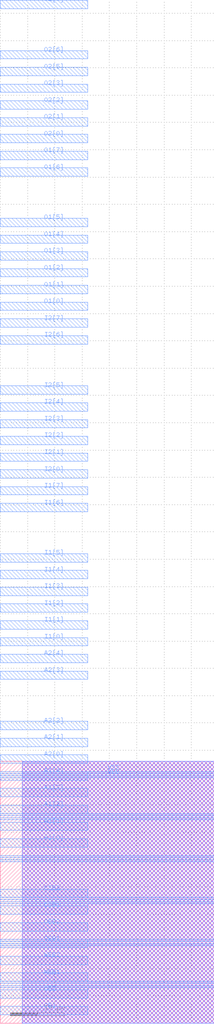
<source format=lef>
VERSION 5.6 ;
BUSBITCHARS "[]" ;
DIVIDERCHAR "/" ;

MACRO SRAM2RW32x8
  CLASS BLOCK ;
  ORIGIN 0 0 ;
  FOREIGN SRAM2RW32x8 0 0 ;
  SIZE 39.2 BY 48.0 ;
  SYMMETRY X Y ;
  SITE coreSite ;
  PIN VDD
    DIRECTION INOUT ;
    USE POWER ;
    PORT 
      LAYER M4 ;
        RECT 0.0 6.528 39.2 6.912 ;
        RECT 0.0 14.208 39.2 14.592 ;
        RECT 0.0 21.888 39.2 22.272 ;
        RECT 0.0 29.568 39.2 29.952 ;
        RECT 0.0 37.248 39.2 37.632 ;
        RECT 0.0 44.928 39.2 45.312 ;
    END 
  END VDD
  PIN VSS
    DIRECTION INOUT ;
    USE GROUND ;
    PORT 
      LAYER M4 ;
        RECT 0.0 7.296 39.2 7.68 ;
        RECT 0.0 14.976 39.2 15.36 ;
        RECT 0.0 22.656 39.2 23.04 ;
        RECT 0.0 30.336 39.2 30.72 ;
        RECT 0.0 38.016 39.2 38.4 ;
        RECT 0.0 45.696 39.2 46.08 ;
    END 
  END VSS
  PIN CE1
    DIRECTION INPUT ;
    USE SIGNAL ;
    PORT 
      LAYER M4 ;
        RECT 0.0 1.536 16.0 3.072 ;
    END 
  END CE1
  PIN CE2
    DIRECTION INPUT ;
    USE SIGNAL ;
    PORT 
      LAYER M4 ;
        RECT 0.0 4.608 16.0 6.144 ;
    END 
  END CE2
  PIN WEB1
    DIRECTION INPUT ;
    USE SIGNAL ;
    PORT 
      LAYER M4 ;
        RECT 0.0 7.68 16.0 9.216 ;
    END 
  END WEB1
  PIN WEB2
    DIRECTION INPUT ;
    USE SIGNAL ;
    PORT 
      LAYER M4 ;
        RECT 0.0 10.752 16.0 12.288 ;
    END 
  END WEB2
  PIN OEB1
    DIRECTION INPUT ;
    USE SIGNAL ;
    PORT 
      LAYER M4 ;
        RECT 0.0 13.824 16.0 15.36 ;
    END 
  END OEB1
  PIN OEB2
    DIRECTION INPUT ;
    USE SIGNAL ;
    PORT 
      LAYER M4 ;
        RECT 0.0 16.896 16.0 18.432 ;
    END 
  END OEB2
  PIN CSB1
    DIRECTION INPUT ;
    USE SIGNAL ;
    PORT 
      LAYER M4 ;
        RECT 0.0 19.968 16.0 21.504 ;
    END 
  END CSB1
  PIN CSB2
    DIRECTION INPUT ;
    USE SIGNAL ;
    PORT 
      LAYER M4 ;
        RECT 0.0 23.04 16.0 24.576 ;
    END 
  END CSB2
  PIN A1[0]
    DIRECTION INPUT ;
    USE SIGNAL ;
    PORT 
      LAYER M4 ;
        RECT 0.0 32.256 16.0 33.792 ;
    END 
  END A1[0]
  PIN A1[1]
    DIRECTION INPUT ;
    USE SIGNAL ;
    PORT 
      LAYER M4 ;
        RECT 0.0 35.328 16.0 36.864 ;
    END 
  END A1[1]
  PIN A1[2]
    DIRECTION INPUT ;
    USE SIGNAL ;
    PORT 
      LAYER M4 ;
        RECT 0.0 38.4 16.0 39.936 ;
    END 
  END A1[2]
  PIN A1[3]
    DIRECTION INPUT ;
    USE SIGNAL ;
    PORT 
      LAYER M4 ;
        RECT 0.0 41.472 16.0 43.008 ;
    END 
  END A1[3]
  PIN A1[4]
    DIRECTION INPUT ;
    USE SIGNAL ;
    PORT 
      LAYER M4 ;
        RECT 0.0 44.544 16.0 46.08 ;
    END 
  END A1[4]
  PIN A2[0]
    DIRECTION INPUT ;
    USE SIGNAL ;
    PORT 
      LAYER M4 ;
        RECT 0.0 47.616 16.0 49.152 ;
    END 
  END A2[0]
  PIN A2[1]
    DIRECTION INPUT ;
    USE SIGNAL ;
    PORT 
      LAYER M4 ;
        RECT 0.0 50.688 16.0 52.224 ;
    END 
  END A2[1]
  PIN A2[2]
    DIRECTION INPUT ;
    USE SIGNAL ;
    PORT 
      LAYER M4 ;
        RECT 0.0 53.76 16.0 55.296 ;
    END 
  END A2[2]
  PIN A2[3]
    DIRECTION INPUT ;
    USE SIGNAL ;
    PORT 
      LAYER M4 ;
        RECT 0.0 62.976 16.0 64.512 ;
    END 
  END A2[3]
  PIN A2[4]
    DIRECTION INPUT ;
    USE SIGNAL ;
    PORT 
      LAYER M4 ;
        RECT 0.0 66.048 16.0 67.584 ;
    END 
  END A2[4]
  PIN I1[0]
    DIRECTION INPUT ;
    USE SIGNAL ;
    PORT 
      LAYER M4 ;
        RECT 0.0 69.12 16.0 70.656 ;
    END 
  END I1[0]
  PIN I1[1]
    DIRECTION INPUT ;
    USE SIGNAL ;
    PORT 
      LAYER M4 ;
        RECT 0.0 72.192 16.0 73.728 ;
    END 
  END I1[1]
  PIN I1[2]
    DIRECTION INPUT ;
    USE SIGNAL ;
    PORT 
      LAYER M4 ;
        RECT 0.0 75.264 16.0 76.8 ;
    END 
  END I1[2]
  PIN I1[3]
    DIRECTION INPUT ;
    USE SIGNAL ;
    PORT 
      LAYER M4 ;
        RECT 0.0 78.336 16.0 79.872 ;
    END 
  END I1[3]
  PIN I1[4]
    DIRECTION INPUT ;
    USE SIGNAL ;
    PORT 
      LAYER M4 ;
        RECT 0.0 81.408 16.0 82.944 ;
    END 
  END I1[4]
  PIN I1[5]
    DIRECTION INPUT ;
    USE SIGNAL ;
    PORT 
      LAYER M4 ;
        RECT 0.0 84.48 16.0 86.016 ;
    END 
  END I1[5]
  PIN I1[6]
    DIRECTION INPUT ;
    USE SIGNAL ;
    PORT 
      LAYER M4 ;
        RECT 0.0 93.696 16.0 95.232 ;
    END 
  END I1[6]
  PIN I1[7]
    DIRECTION INPUT ;
    USE SIGNAL ;
    PORT 
      LAYER M4 ;
        RECT 0.0 96.768 16.0 98.304 ;
    END 
  END I1[7]
  PIN I2[0]
    DIRECTION INPUT ;
    USE SIGNAL ;
    PORT 
      LAYER M4 ;
        RECT 0.0 99.84 16.0 101.376 ;
    END 
  END I2[0]
  PIN I2[1]
    DIRECTION INPUT ;
    USE SIGNAL ;
    PORT 
      LAYER M4 ;
        RECT 0.0 102.912 16.0 104.448 ;
    END 
  END I2[1]
  PIN I2[2]
    DIRECTION INPUT ;
    USE SIGNAL ;
    PORT 
      LAYER M4 ;
        RECT 0.0 105.984 16.0 107.52 ;
    END 
  END I2[2]
  PIN I2[3]
    DIRECTION INPUT ;
    USE SIGNAL ;
    PORT 
      LAYER M4 ;
        RECT 0.0 109.056 16.0 110.592 ;
    END 
  END I2[3]
  PIN I2[4]
    DIRECTION INPUT ;
    USE SIGNAL ;
    PORT 
      LAYER M4 ;
        RECT 0.0 112.128 16.0 113.664 ;
    END 
  END I2[4]
  PIN I2[5]
    DIRECTION INPUT ;
    USE SIGNAL ;
    PORT 
      LAYER M4 ;
        RECT 0.0 115.2 16.0 116.736 ;
    END 
  END I2[5]
  PIN I2[6]
    DIRECTION INPUT ;
    USE SIGNAL ;
    PORT 
      LAYER M4 ;
        RECT 0.0 124.416 16.0 125.952 ;
    END 
  END I2[6]
  PIN I2[7]
    DIRECTION INPUT ;
    USE SIGNAL ;
    PORT 
      LAYER M4 ;
        RECT 0.0 127.488 16.0 129.024 ;
    END 
  END I2[7]
  PIN O1[0]
    DIRECTION OUTPUT ;
    USE SIGNAL ;
    PORT 
      LAYER M4 ;
        RECT 0.0 130.56 16.0 132.096 ;
    END 
  END O1[0]
  PIN O1[1]
    DIRECTION OUTPUT ;
    USE SIGNAL ;
    PORT 
      LAYER M4 ;
        RECT 0.0 133.632 16.0 135.168 ;
    END 
  END O1[1]
  PIN O1[2]
    DIRECTION OUTPUT ;
    USE SIGNAL ;
    PORT 
      LAYER M4 ;
        RECT 0.0 136.704 16.0 138.24 ;
    END 
  END O1[2]
  PIN O1[3]
    DIRECTION OUTPUT ;
    USE SIGNAL ;
    PORT 
      LAYER M4 ;
        RECT 0.0 139.776 16.0 141.312 ;
    END 
  END O1[3]
  PIN O1[4]
    DIRECTION OUTPUT ;
    USE SIGNAL ;
    PORT 
      LAYER M4 ;
        RECT 0.0 142.848 16.0 144.384 ;
    END 
  END O1[4]
  PIN O1[5]
    DIRECTION OUTPUT ;
    USE SIGNAL ;
    PORT 
      LAYER M4 ;
        RECT 0.0 145.92 16.0 147.456 ;
    END 
  END O1[5]
  PIN O1[6]
    DIRECTION OUTPUT ;
    USE SIGNAL ;
    PORT 
      LAYER M4 ;
        RECT 0.0 155.136 16.0 156.672 ;
    END 
  END O1[6]
  PIN O1[7]
    DIRECTION OUTPUT ;
    USE SIGNAL ;
    PORT 
      LAYER M4 ;
        RECT 0.0 158.208 16.0 159.744 ;
    END 
  END O1[7]
  PIN O2[0]
    DIRECTION OUTPUT ;
    USE SIGNAL ;
    PORT 
      LAYER M4 ;
        RECT 0.0 161.28 16.0 162.816 ;
    END 
  END O2[0]
  PIN O2[1]
    DIRECTION OUTPUT ;
    USE SIGNAL ;
    PORT 
      LAYER M4 ;
        RECT 0.0 164.352 16.0 165.888 ;
    END 
  END O2[1]
  PIN O2[2]
    DIRECTION OUTPUT ;
    USE SIGNAL ;
    PORT 
      LAYER M4 ;
        RECT 0.0 167.424 16.0 168.96 ;
    END 
  END O2[2]
  PIN O2[3]
    DIRECTION OUTPUT ;
    USE SIGNAL ;
    PORT 
      LAYER M4 ;
        RECT 0.0 170.496 16.0 172.032 ;
    END 
  END O2[3]
  PIN O2[4]
    DIRECTION OUTPUT ;
    USE SIGNAL ;
    PORT 
    END 
  END O2[4]
  PIN O2[5]
    DIRECTION OUTPUT ;
    USE SIGNAL ;
    PORT 
      LAYER M4 ;
        RECT 0.0 173.568 16.0 175.104 ;
    END 
  END O2[5]
  PIN O2[6]
    DIRECTION OUTPUT ;
    USE SIGNAL ;
    PORT 
      LAYER M4 ;
        RECT 0.0 176.64 16.0 178.176 ;
    END 
  END O2[6]
  PIN O2[7]
    DIRECTION OUTPUT ;
    USE SIGNAL ;
    PORT 
      LAYER M4 ;
        RECT 0.0 185.856 16.0 187.392 ;
    END 
  END O2[7]
  OBS 
    LAYER M1 ;
      RECT 4.0 0.0 39.2 48.0 ;
    LAYER M2 ;
      RECT 4.0 0.0 39.2 48.0 ;
    LAYER M3 ;
      RECT 4.0 0.0 39.2 48.0 ;
  END 
END SRAM2RW32x8

END LIBRARY
</source>
